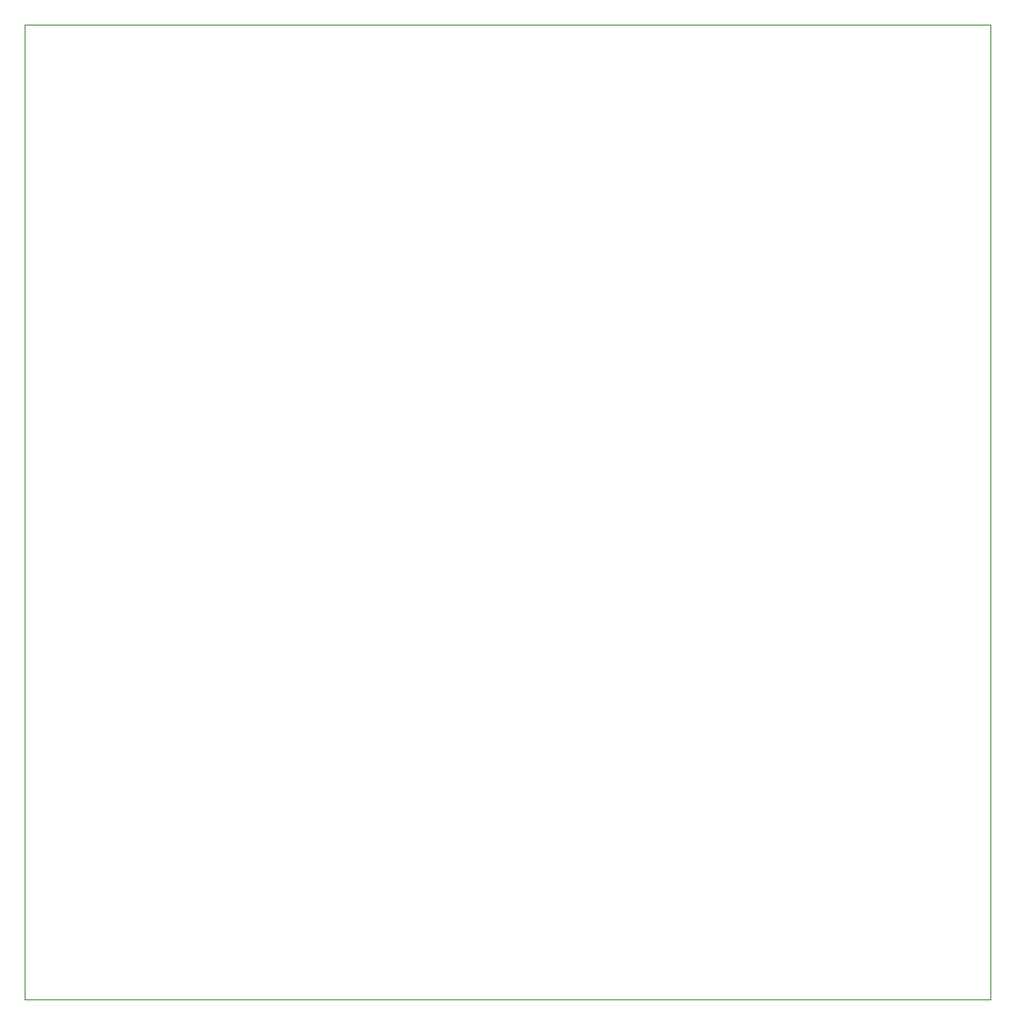
<source format=gbr>
%TF.GenerationSoftware,KiCad,Pcbnew,(7.0.0)*%
%TF.CreationDate,2023-04-20T18:13:23-06:00*%
%TF.ProjectId,Phase_B_ATMEGA_v3,50686173-655f-4425-9f41-544d4547415f,rev?*%
%TF.SameCoordinates,Original*%
%TF.FileFunction,Profile,NP*%
%FSLAX46Y46*%
G04 Gerber Fmt 4.6, Leading zero omitted, Abs format (unit mm)*
G04 Created by KiCad (PCBNEW (7.0.0)) date 2023-04-20 18:13:23*
%MOMM*%
%LPD*%
G01*
G04 APERTURE LIST*
%TA.AperFunction,Profile*%
%ADD10C,0.100000*%
%TD*%
G04 APERTURE END LIST*
D10*
X121125000Y-34475000D02*
X210875000Y-34475000D01*
X210875000Y-34475000D02*
X210875000Y-124925000D01*
X210875000Y-124925000D02*
X121125000Y-124925000D01*
X121125000Y-124925000D02*
X121125000Y-34475000D01*
M02*

</source>
